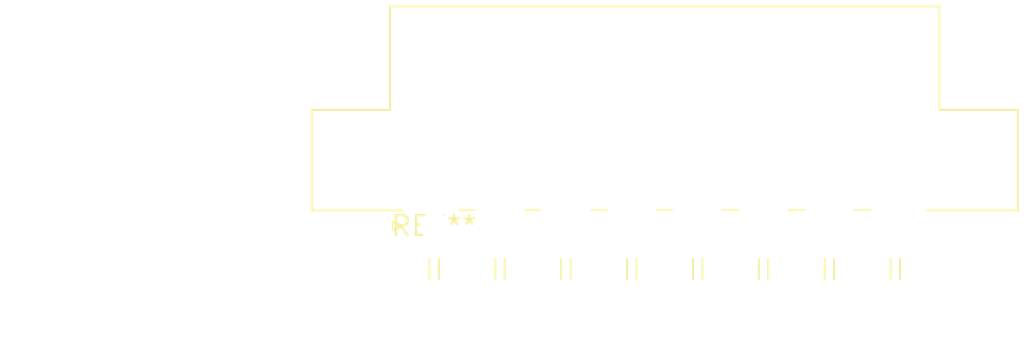
<source format=kicad_pcb>
(kicad_pcb (version 20240108) (generator pcbnew)
  (layers (0 "F.Cu" signal) (31 "B.Cu" signal) (34 "B.Paste" user) (35 "F.Paste" user) (36 "B.SilkS" user "B.Silkscreen") (37 "F.SilkS" user "F.Silkscreen") (38 "B.Mask" user) (39 "F.Mask" user) (44 "Edge.Cuts" user))
  (net 0 "")
  (footprint "Molex_Mini-Fit_Jr_5569-16A1_2x08_P4.20mm_Horizontal" (layer "F.Cu") (at 0 0)
    (property "Reference" "REF**")
    (property "Value" "Molex_Mini-Fit_Jr_5569-16A1_2x08_P4.20mm_Horizontal")
    (fp_line (start -7.81 -7.41) (end -7.81 -0.99) (layer "F.SilkS") (stroke (width 0.12)))
    (fp_line (start -7.81 -0.99) (end -2 -0.99) (layer "F.SilkS") (stroke (width 0.12)))
    (fp_line (start -2.81 -14.01) (end -2.81 -7.41) (layer "F.SilkS") (stroke (width 0.12)))
    (fp_line (start -2.81 -7.41) (end -7.81 -7.41) (layer "F.SilkS") (stroke (width 0.12)))
    (fp_line (start -2.6 -0.3) (end -2 0) (layer "F.SilkS") (stroke (width 0.12)))
    (fp_line (start -2.6 0.3) (end -2.6 -0.3) (layer "F.SilkS") (stroke (width 0.12)))
    (fp_line (start -2 0) (end -2.6 0.3) (layer "F.SilkS") (stroke (width 0.12)))
    (fp_line (start -0.3 2.11) (end -0.3 3.39) (layer "F.SilkS") (stroke (width 0.12)))
    (fp_line (start 0.3 2.11) (end 0.3 3.39) (layer "F.SilkS") (stroke (width 0.12)))
    (fp_line (start 1.61 -1) (end 2.59 -1) (layer "F.SilkS") (stroke (width 0.12)))
    (fp_line (start 3.9 2.11) (end 3.9 3.39) (layer "F.SilkS") (stroke (width 0.12)))
    (fp_line (start 4.5 2.11) (end 4.5 3.39) (layer "F.SilkS") (stroke (width 0.12)))
    (fp_line (start 5.81 -1) (end 6.79 -1) (layer "F.SilkS") (stroke (width 0.12)))
    (fp_line (start 8.1 2.11) (end 8.1 3.39) (layer "F.SilkS") (stroke (width 0.12)))
    (fp_line (start 8.7 2.11) (end 8.7 3.39) (layer "F.SilkS") (stroke (width 0.12)))
    (fp_line (start 10.01 -1) (end 10.99 -1) (layer "F.SilkS") (stroke (width 0.12)))
    (fp_line (start 12.3 2.11) (end 12.3 3.39) (layer "F.SilkS") (stroke (width 0.12)))
    (fp_line (start 12.9 2.11) (end 12.9 3.39) (layer "F.SilkS") (stroke (width 0.12)))
    (fp_line (start 14.21 -1) (end 15.19 -1) (layer "F.SilkS") (stroke (width 0.12)))
    (fp_line (start 14.7 -14.01) (end -2.81 -14.01) (layer "F.SilkS") (stroke (width 0.12)))
    (fp_line (start 14.7 -14.01) (end 32.21 -14.01) (layer "F.SilkS") (stroke (width 0.12)))
    (fp_line (start 16.5 2.11) (end 16.5 3.39) (layer "F.SilkS") (stroke (width 0.12)))
    (fp_line (start 17.1 2.11) (end 17.1 3.39) (layer "F.SilkS") (stroke (width 0.12)))
    (fp_line (start 18.41 -1) (end 19.39 -1) (layer "F.SilkS") (stroke (width 0.12)))
    (fp_line (start 20.7 2.11) (end 20.7 3.39) (layer "F.SilkS") (stroke (width 0.12)))
    (fp_line (start 21.3 2.11) (end 21.3 3.39) (layer "F.SilkS") (stroke (width 0.12)))
    (fp_line (start 22.61 -1) (end 23.59 -1) (layer "F.SilkS") (stroke (width 0.12)))
    (fp_line (start 24.9 2.11) (end 24.9 3.39) (layer "F.SilkS") (stroke (width 0.12)))
    (fp_line (start 25.5 2.11) (end 25.5 3.39) (layer "F.SilkS") (stroke (width 0.12)))
    (fp_line (start 26.81 -1) (end 27.79 -1) (layer "F.SilkS") (stroke (width 0.12)))
    (fp_line (start 29.1 2.11) (end 29.1 3.39) (layer "F.SilkS") (stroke (width 0.12)))
    (fp_line (start 29.7 2.11) (end 29.7 3.39) (layer "F.SilkS") (stroke (width 0.12)))
    (fp_line (start 32.21 -14.01) (end 32.21 -7.41) (layer "F.SilkS") (stroke (width 0.12)))
    (fp_line (start 32.21 -7.41) (end 37.21 -7.41) (layer "F.SilkS") (stroke (width 0.12)))
    (fp_line (start 37.21 -7.41) (end 37.21 -0.99) (layer "F.SilkS") (stroke (width 0.12)))
    (fp_line (start 37.21 -0.99) (end 31.4 -0.99) (layer "F.SilkS") (stroke (width 0.12)))
    (pad "" np_thru_hole circle (at -4.5 -4.2) (size 3.2 3.2) (drill 3.2) (layers *.Cu *.Mask))
    (pad "" np_thru_hole circle (at 33.9 -4.2) (size 3.2 3.2) (drill 3.2) (layers *.Cu *.Mask))
    (pad "1" thru_hole roundrect (at 0 0) (size 2.7 3.7) (drill 1.8) (layers *.Cu *.Mask) (remove_unused_layers) (roundrect_rratio 0.092593))
    (pad "2" thru_hole oval (at 4.2 0) (size 2.7 3.7) (drill 1.8) (layers *.Cu *.Mask) (remove_unused_layers))
    (pad "3" thru_hole oval (at 8.4 0) (size 2.7 3.7) (drill 1.8) (layers *.Cu *.Mask) (remove_unused_layers))
    (pad "4" thru_hole oval (at 12.6 0) (size 2.7 3.7) (drill 1.8) (layers *.Cu *.Mask) (remove_unused_layers))
    (pad "5" thru_hole oval (at 16.8 0) (size 2.7 3.7) (drill 1.8) (layers *.Cu *.Mask) (remove_unused_layers))
    (pad "6" thru_hole oval (at 21 0) (size 2.7 3.7) (drill 1.8) (layers *.Cu *.Mask) (remove_unused_layers))
    (pad "7" thru_hole oval (at 25.2 0) (size 2.7 3.7) (drill 1.8) (layers *.Cu *.Mask) (remove_unused_layers))
    (pad "8" thru_hole oval (at 29.4 0) (size 2.7 3.7) (drill 1.8) (layers *.Cu *.Mask) (remove_unused_layers))
    (pad "9" thru_hole oval (at 0 5.5) (size 2.7 3.7) (drill 1.8) (layers *.Cu *.Mask) (remove_unused_layers))
    (pad "10" thru_hole oval (at 4.2 5.5) (size 2.7 3.7) (drill 1.8) (layers *.Cu *.Mask) (remove_unused_layers))
    (pad "11" thru_hole oval (at 8.4 5.5) (size 2.7 3.7) (drill 1.8) (layers *.Cu *.Mask) (remove_unused_layers))
    (pad "12" thru_hole oval (at 12.6 5.5) (size 2.7 3.7) (drill 1.8) (layers *.Cu *.Mask) (remove_unused_layers))
    (pad "13" thru_hole oval (at 16.8 5.5) (size 2.7 3.7) (drill 1.8) (layers *.Cu *.Mask) (remove_unused_layers))
    (pad "14" thru_hole oval (at 21 5.5) (size 2.7 3.7) (drill 1.8) (layers *.Cu *.Mask) (remove_unused_layers))
    (pad "15" thru_hole oval (at 25.2 5.5) (size 2.7 3.7) (drill 1.8) (layers *.Cu *.Mask) (remove_unused_layers))
    (pad "16" thru_hole oval (at 29.4 5.5) (size 2.7 3.7) (drill 1.8) (layers *.Cu *.Mask) (remove_unused_layers))
  )
)
</source>
